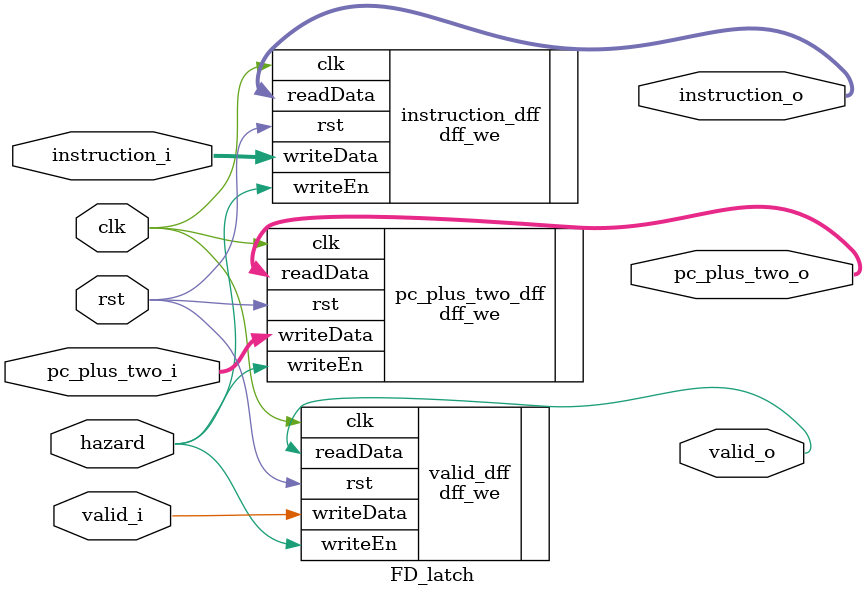
<source format=v>
/*
   CS/ECE 552 Spring '24
  
   Filename        : FD_latch.v
   Description     : This is the module for the fetch / decode latch.
*/
module FD_latch (clk, rst, hazard, // latch control
                 pc_plus_two_i, instruction_i, valid_i,// signal inputs
                 pc_plus_two_o, instruction_o, valid_o); // signal outputs

    // latch controls
    input wire clk, rst, hazard;

    // signal inputs
    input wire [15:0] pc_plus_two_i;
    input wire [15:0] instruction_i;
    input wire valid_i;

    // signal outputs
    output wire [15:0] pc_plus_two_o;
    output wire [15:0] instruction_o;
    output wire valid_o;


    // latch signal flip flops
    dff_we  #(16) pc_plus_two_dff (
        .clk(clk),
        .rst(rst),
        .writeData(pc_plus_two_i),
        .readData(pc_plus_two_o),
        .writeEn(hazard)
    );

    dff_we  #(16) instruction_dff (
        .clk(clk),
        .rst(rst),
        .writeData(instruction_i),
        .readData(instruction_o),
        .writeEn(hazard)
    );

    dff_we #(1) valid_dff (
        .clk(clk),
        .rst(rst),
        .writeData(valid_i),
        .readData(valid_o),
        .writeEn(hazard)
    );
    
endmodule
</source>
